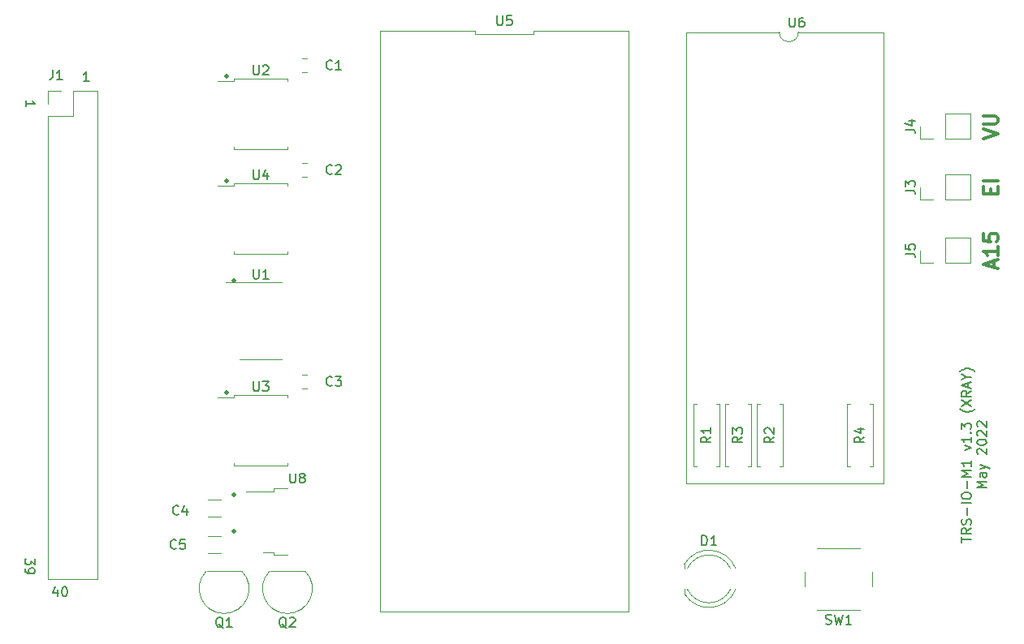
<source format=gbr>
%TF.GenerationSoftware,KiCad,Pcbnew,(6.0.5)*%
%TF.CreationDate,2022-05-12T13:06:52-07:00*%
%TF.ProjectId,TRS-IO-M1,5452532d-494f-42d4-9d31-2e6b69636164,rev?*%
%TF.SameCoordinates,Original*%
%TF.FileFunction,Legend,Top*%
%TF.FilePolarity,Positive*%
%FSLAX46Y46*%
G04 Gerber Fmt 4.6, Leading zero omitted, Abs format (unit mm)*
G04 Created by KiCad (PCBNEW (6.0.5)) date 2022-05-12 13:06:52*
%MOMM*%
%LPD*%
G01*
G04 APERTURE LIST*
%ADD10C,0.300000*%
%ADD11C,0.150000*%
%ADD12C,0.120000*%
G04 APERTURE END LIST*
D10*
X136906000Y-113311714D02*
X136977428Y-113383142D01*
X136906000Y-113454571D01*
X136834571Y-113383142D01*
X136906000Y-113311714D01*
X136906000Y-113454571D01*
X136906000Y-109501714D02*
X136977428Y-109573142D01*
X136906000Y-109644571D01*
X136834571Y-109573142D01*
X136906000Y-109501714D01*
X136906000Y-109644571D01*
X136906000Y-87149714D02*
X136977428Y-87221142D01*
X136906000Y-87292571D01*
X136834571Y-87221142D01*
X136906000Y-87149714D01*
X136906000Y-87292571D01*
X136144000Y-98833714D02*
X136215428Y-98905142D01*
X136144000Y-98976571D01*
X136072571Y-98905142D01*
X136144000Y-98833714D01*
X136144000Y-98976571D01*
X136144000Y-76735714D02*
X136215428Y-76807142D01*
X136144000Y-76878571D01*
X136072571Y-76807142D01*
X136144000Y-76735714D01*
X136144000Y-76878571D01*
X136144000Y-65813714D02*
X136215428Y-65885142D01*
X136144000Y-65956571D01*
X136072571Y-65885142D01*
X136144000Y-65813714D01*
X136144000Y-65956571D01*
X215057386Y-72405714D02*
X216557386Y-71905714D01*
X215057386Y-71405714D01*
X215057386Y-70905714D02*
X216271672Y-70905714D01*
X216414529Y-70834285D01*
X216485957Y-70762857D01*
X216557386Y-70620000D01*
X216557386Y-70334285D01*
X216485957Y-70191428D01*
X216414529Y-70120000D01*
X216271672Y-70048571D01*
X215057386Y-70048571D01*
X215785628Y-78148571D02*
X215785628Y-77648571D01*
X216571342Y-77434285D02*
X216571342Y-78148571D01*
X215071342Y-78148571D01*
X215071342Y-77434285D01*
X216571342Y-76791428D02*
X215071342Y-76791428D01*
X216150000Y-85859714D02*
X216150000Y-85145428D01*
X216578571Y-86002571D02*
X215078571Y-85502571D01*
X216578571Y-85002571D01*
X216578571Y-83716857D02*
X216578571Y-84574000D01*
X216578571Y-84145428D02*
X215078571Y-84145428D01*
X215292857Y-84288285D01*
X215435714Y-84431142D01*
X215507142Y-84574000D01*
X215078571Y-82359714D02*
X215078571Y-83074000D01*
X215792857Y-83145428D01*
X215721428Y-83074000D01*
X215650000Y-82931142D01*
X215650000Y-82574000D01*
X215721428Y-82431142D01*
X215792857Y-82359714D01*
X215935714Y-82288285D01*
X216292857Y-82288285D01*
X216435714Y-82359714D01*
X216507142Y-82431142D01*
X216578571Y-82574000D01*
X216578571Y-82931142D01*
X216507142Y-83074000D01*
X216435714Y-83145428D01*
D11*
X115193819Y-69043514D02*
X115193819Y-68472085D01*
X115193819Y-68757800D02*
X116193819Y-68757800D01*
X116050961Y-68662561D01*
X115955723Y-68567323D01*
X115908104Y-68472085D01*
X118510085Y-119521314D02*
X118510085Y-120187980D01*
X118271990Y-119140361D02*
X118033895Y-119854647D01*
X118652942Y-119854647D01*
X119224371Y-119187980D02*
X119319609Y-119187980D01*
X119414847Y-119235600D01*
X119462466Y-119283219D01*
X119510085Y-119378457D01*
X119557704Y-119568933D01*
X119557704Y-119807028D01*
X119510085Y-119997504D01*
X119462466Y-120092742D01*
X119414847Y-120140361D01*
X119319609Y-120187980D01*
X119224371Y-120187980D01*
X119129133Y-120140361D01*
X119081514Y-120092742D01*
X119033895Y-119997504D01*
X118986276Y-119807028D01*
X118986276Y-119568933D01*
X119033895Y-119378457D01*
X119081514Y-119283219D01*
X119129133Y-119235600D01*
X119224371Y-119187980D01*
X116143019Y-116233676D02*
X116143019Y-116852723D01*
X115762066Y-116519390D01*
X115762066Y-116662247D01*
X115714447Y-116757485D01*
X115666828Y-116805104D01*
X115571590Y-116852723D01*
X115333495Y-116852723D01*
X115238257Y-116805104D01*
X115190638Y-116757485D01*
X115143019Y-116662247D01*
X115143019Y-116376533D01*
X115190638Y-116281295D01*
X115238257Y-116233676D01*
X115143019Y-117328914D02*
X115143019Y-117519390D01*
X115190638Y-117614628D01*
X115238257Y-117662247D01*
X115381114Y-117757485D01*
X115571590Y-117805104D01*
X115952542Y-117805104D01*
X116047780Y-117757485D01*
X116095400Y-117709866D01*
X116143019Y-117614628D01*
X116143019Y-117424152D01*
X116095400Y-117328914D01*
X116047780Y-117281295D01*
X115952542Y-117233676D01*
X115714447Y-117233676D01*
X115619209Y-117281295D01*
X115571590Y-117328914D01*
X115523971Y-117424152D01*
X115523971Y-117614628D01*
X115571590Y-117709866D01*
X115619209Y-117757485D01*
X115714447Y-117805104D01*
X212769380Y-114552857D02*
X212769380Y-113981428D01*
X213769380Y-114267142D02*
X212769380Y-114267142D01*
X213769380Y-113076666D02*
X213293190Y-113410000D01*
X213769380Y-113648095D02*
X212769380Y-113648095D01*
X212769380Y-113267142D01*
X212817000Y-113171904D01*
X212864619Y-113124285D01*
X212959857Y-113076666D01*
X213102714Y-113076666D01*
X213197952Y-113124285D01*
X213245571Y-113171904D01*
X213293190Y-113267142D01*
X213293190Y-113648095D01*
X213721761Y-112695714D02*
X213769380Y-112552857D01*
X213769380Y-112314761D01*
X213721761Y-112219523D01*
X213674142Y-112171904D01*
X213578904Y-112124285D01*
X213483666Y-112124285D01*
X213388428Y-112171904D01*
X213340809Y-112219523D01*
X213293190Y-112314761D01*
X213245571Y-112505238D01*
X213197952Y-112600476D01*
X213150333Y-112648095D01*
X213055095Y-112695714D01*
X212959857Y-112695714D01*
X212864619Y-112648095D01*
X212817000Y-112600476D01*
X212769380Y-112505238D01*
X212769380Y-112267142D01*
X212817000Y-112124285D01*
X213388428Y-111695714D02*
X213388428Y-110933809D01*
X213769380Y-110457619D02*
X212769380Y-110457619D01*
X212769380Y-109790952D02*
X212769380Y-109600476D01*
X212817000Y-109505238D01*
X212912238Y-109410000D01*
X213102714Y-109362380D01*
X213436047Y-109362380D01*
X213626523Y-109410000D01*
X213721761Y-109505238D01*
X213769380Y-109600476D01*
X213769380Y-109790952D01*
X213721761Y-109886190D01*
X213626523Y-109981428D01*
X213436047Y-110029047D01*
X213102714Y-110029047D01*
X212912238Y-109981428D01*
X212817000Y-109886190D01*
X212769380Y-109790952D01*
X213388428Y-108933809D02*
X213388428Y-108171904D01*
X213769380Y-107695714D02*
X212769380Y-107695714D01*
X213483666Y-107362380D01*
X212769380Y-107029047D01*
X213769380Y-107029047D01*
X213769380Y-106029047D02*
X213769380Y-106600476D01*
X213769380Y-106314761D02*
X212769380Y-106314761D01*
X212912238Y-106410000D01*
X213007476Y-106505238D01*
X213055095Y-106600476D01*
X213102714Y-104933809D02*
X213769380Y-104695714D01*
X213102714Y-104457619D01*
X213769380Y-103552857D02*
X213769380Y-104124285D01*
X213769380Y-103838571D02*
X212769380Y-103838571D01*
X212912238Y-103933809D01*
X213007476Y-104029047D01*
X213055095Y-104124285D01*
X213674142Y-103124285D02*
X213721761Y-103076666D01*
X213769380Y-103124285D01*
X213721761Y-103171904D01*
X213674142Y-103124285D01*
X213769380Y-103124285D01*
X212769380Y-102743333D02*
X212769380Y-102124285D01*
X213150333Y-102457619D01*
X213150333Y-102314761D01*
X213197952Y-102219523D01*
X213245571Y-102171904D01*
X213340809Y-102124285D01*
X213578904Y-102124285D01*
X213674142Y-102171904D01*
X213721761Y-102219523D01*
X213769380Y-102314761D01*
X213769380Y-102600476D01*
X213721761Y-102695714D01*
X213674142Y-102743333D01*
X214150333Y-100648095D02*
X214102714Y-100695714D01*
X213959857Y-100790952D01*
X213864619Y-100838571D01*
X213721761Y-100886190D01*
X213483666Y-100933809D01*
X213293190Y-100933809D01*
X213055095Y-100886190D01*
X212912238Y-100838571D01*
X212817000Y-100790952D01*
X212674142Y-100695714D01*
X212626523Y-100648095D01*
X212769380Y-100362380D02*
X213769380Y-99695714D01*
X212769380Y-99695714D02*
X213769380Y-100362380D01*
X213769380Y-98743333D02*
X213293190Y-99076666D01*
X213769380Y-99314761D02*
X212769380Y-99314761D01*
X212769380Y-98933809D01*
X212817000Y-98838571D01*
X212864619Y-98790952D01*
X212959857Y-98743333D01*
X213102714Y-98743333D01*
X213197952Y-98790952D01*
X213245571Y-98838571D01*
X213293190Y-98933809D01*
X213293190Y-99314761D01*
X213483666Y-98362380D02*
X213483666Y-97886190D01*
X213769380Y-98457619D02*
X212769380Y-98124285D01*
X213769380Y-97790952D01*
X213293190Y-97267142D02*
X213769380Y-97267142D01*
X212769380Y-97600476D02*
X213293190Y-97267142D01*
X212769380Y-96933809D01*
X214150333Y-96695714D02*
X214102714Y-96648095D01*
X213959857Y-96552857D01*
X213864619Y-96505238D01*
X213721761Y-96457619D01*
X213483666Y-96410000D01*
X213293190Y-96410000D01*
X213055095Y-96457619D01*
X212912238Y-96505238D01*
X212817000Y-96552857D01*
X212674142Y-96648095D01*
X212626523Y-96695714D01*
X215379380Y-108862380D02*
X214379380Y-108862380D01*
X215093666Y-108529047D01*
X214379380Y-108195714D01*
X215379380Y-108195714D01*
X215379380Y-107290952D02*
X214855571Y-107290952D01*
X214760333Y-107338571D01*
X214712714Y-107433809D01*
X214712714Y-107624285D01*
X214760333Y-107719523D01*
X215331761Y-107290952D02*
X215379380Y-107386190D01*
X215379380Y-107624285D01*
X215331761Y-107719523D01*
X215236523Y-107767142D01*
X215141285Y-107767142D01*
X215046047Y-107719523D01*
X214998428Y-107624285D01*
X214998428Y-107386190D01*
X214950809Y-107290952D01*
X214712714Y-106910000D02*
X215379380Y-106671904D01*
X214712714Y-106433809D02*
X215379380Y-106671904D01*
X215617476Y-106767142D01*
X215665095Y-106814761D01*
X215712714Y-106910000D01*
X214474619Y-105338571D02*
X214427000Y-105290952D01*
X214379380Y-105195714D01*
X214379380Y-104957619D01*
X214427000Y-104862380D01*
X214474619Y-104814761D01*
X214569857Y-104767142D01*
X214665095Y-104767142D01*
X214807952Y-104814761D01*
X215379380Y-105386190D01*
X215379380Y-104767142D01*
X214379380Y-104148095D02*
X214379380Y-104052857D01*
X214427000Y-103957619D01*
X214474619Y-103910000D01*
X214569857Y-103862380D01*
X214760333Y-103814761D01*
X214998428Y-103814761D01*
X215188904Y-103862380D01*
X215284142Y-103910000D01*
X215331761Y-103957619D01*
X215379380Y-104052857D01*
X215379380Y-104148095D01*
X215331761Y-104243333D01*
X215284142Y-104290952D01*
X215188904Y-104338571D01*
X214998428Y-104386190D01*
X214760333Y-104386190D01*
X214569857Y-104338571D01*
X214474619Y-104290952D01*
X214427000Y-104243333D01*
X214379380Y-104148095D01*
X214474619Y-103433809D02*
X214427000Y-103386190D01*
X214379380Y-103290952D01*
X214379380Y-103052857D01*
X214427000Y-102957619D01*
X214474619Y-102910000D01*
X214569857Y-102862380D01*
X214665095Y-102862380D01*
X214807952Y-102910000D01*
X215379380Y-103481428D01*
X215379380Y-102862380D01*
X214474619Y-102481428D02*
X214427000Y-102433809D01*
X214379380Y-102338571D01*
X214379380Y-102100476D01*
X214427000Y-102005238D01*
X214474619Y-101957619D01*
X214569857Y-101910000D01*
X214665095Y-101910000D01*
X214807952Y-101957619D01*
X215379380Y-102529047D01*
X215379380Y-101910000D01*
X121799314Y-66416180D02*
X121227885Y-66416180D01*
X121513600Y-66416180D02*
X121513600Y-65416180D01*
X121418361Y-65559038D01*
X121323123Y-65654276D01*
X121227885Y-65701895D01*
%TO.C,J1*%
X118030666Y-65238380D02*
X118030666Y-65952666D01*
X117983047Y-66095523D01*
X117887809Y-66190761D01*
X117744952Y-66238380D01*
X117649714Y-66238380D01*
X119030666Y-66238380D02*
X118459238Y-66238380D01*
X118744952Y-66238380D02*
X118744952Y-65238380D01*
X118649714Y-65381238D01*
X118554476Y-65476476D01*
X118459238Y-65524095D01*
%TO.C,R1*%
X186634380Y-103544666D02*
X186158190Y-103878000D01*
X186634380Y-104116095D02*
X185634380Y-104116095D01*
X185634380Y-103735142D01*
X185682000Y-103639904D01*
X185729619Y-103592285D01*
X185824857Y-103544666D01*
X185967714Y-103544666D01*
X186062952Y-103592285D01*
X186110571Y-103639904D01*
X186158190Y-103735142D01*
X186158190Y-104116095D01*
X186634380Y-102592285D02*
X186634380Y-103163714D01*
X186634380Y-102878000D02*
X185634380Y-102878000D01*
X185777238Y-102973238D01*
X185872476Y-103068476D01*
X185920095Y-103163714D01*
%TO.C,R2*%
X193238380Y-103544666D02*
X192762190Y-103878000D01*
X193238380Y-104116095D02*
X192238380Y-104116095D01*
X192238380Y-103735142D01*
X192286000Y-103639904D01*
X192333619Y-103592285D01*
X192428857Y-103544666D01*
X192571714Y-103544666D01*
X192666952Y-103592285D01*
X192714571Y-103639904D01*
X192762190Y-103735142D01*
X192762190Y-104116095D01*
X192333619Y-103163714D02*
X192286000Y-103116095D01*
X192238380Y-103020857D01*
X192238380Y-102782761D01*
X192286000Y-102687523D01*
X192333619Y-102639904D01*
X192428857Y-102592285D01*
X192524095Y-102592285D01*
X192666952Y-102639904D01*
X193238380Y-103211333D01*
X193238380Y-102592285D01*
%TO.C,C2*%
X147153333Y-76049142D02*
X147105714Y-76096761D01*
X146962857Y-76144380D01*
X146867619Y-76144380D01*
X146724761Y-76096761D01*
X146629523Y-76001523D01*
X146581904Y-75906285D01*
X146534285Y-75715809D01*
X146534285Y-75572952D01*
X146581904Y-75382476D01*
X146629523Y-75287238D01*
X146724761Y-75192000D01*
X146867619Y-75144380D01*
X146962857Y-75144380D01*
X147105714Y-75192000D01*
X147153333Y-75239619D01*
X147534285Y-75239619D02*
X147581904Y-75192000D01*
X147677142Y-75144380D01*
X147915238Y-75144380D01*
X148010476Y-75192000D01*
X148058095Y-75239619D01*
X148105714Y-75334857D01*
X148105714Y-75430095D01*
X148058095Y-75572952D01*
X147486666Y-76144380D01*
X148105714Y-76144380D01*
%TO.C,U5*%
X164338095Y-59582380D02*
X164338095Y-60391904D01*
X164385714Y-60487142D01*
X164433333Y-60534761D01*
X164528571Y-60582380D01*
X164719047Y-60582380D01*
X164814285Y-60534761D01*
X164861904Y-60487142D01*
X164909523Y-60391904D01*
X164909523Y-59582380D01*
X165861904Y-59582380D02*
X165385714Y-59582380D01*
X165338095Y-60058571D01*
X165385714Y-60010952D01*
X165480952Y-59963333D01*
X165719047Y-59963333D01*
X165814285Y-60010952D01*
X165861904Y-60058571D01*
X165909523Y-60153809D01*
X165909523Y-60391904D01*
X165861904Y-60487142D01*
X165814285Y-60534761D01*
X165719047Y-60582380D01*
X165480952Y-60582380D01*
X165385714Y-60534761D01*
X165338095Y-60487142D01*
%TO.C,U1*%
X138938095Y-86042380D02*
X138938095Y-86851904D01*
X138985714Y-86947142D01*
X139033333Y-86994761D01*
X139128571Y-87042380D01*
X139319047Y-87042380D01*
X139414285Y-86994761D01*
X139461904Y-86947142D01*
X139509523Y-86851904D01*
X139509523Y-86042380D01*
X140509523Y-87042380D02*
X139938095Y-87042380D01*
X140223809Y-87042380D02*
X140223809Y-86042380D01*
X140128571Y-86185238D01*
X140033333Y-86280476D01*
X139938095Y-86328095D01*
%TO.C,C1*%
X147153333Y-65127142D02*
X147105714Y-65174761D01*
X146962857Y-65222380D01*
X146867619Y-65222380D01*
X146724761Y-65174761D01*
X146629523Y-65079523D01*
X146581904Y-64984285D01*
X146534285Y-64793809D01*
X146534285Y-64650952D01*
X146581904Y-64460476D01*
X146629523Y-64365238D01*
X146724761Y-64270000D01*
X146867619Y-64222380D01*
X146962857Y-64222380D01*
X147105714Y-64270000D01*
X147153333Y-64317619D01*
X148105714Y-65222380D02*
X147534285Y-65222380D01*
X147820000Y-65222380D02*
X147820000Y-64222380D01*
X147724761Y-64365238D01*
X147629523Y-64460476D01*
X147534285Y-64508095D01*
%TO.C,Q2*%
X142398761Y-123487619D02*
X142303523Y-123440000D01*
X142208285Y-123344761D01*
X142065428Y-123201904D01*
X141970190Y-123154285D01*
X141874952Y-123154285D01*
X141922571Y-123392380D02*
X141827333Y-123344761D01*
X141732095Y-123249523D01*
X141684476Y-123059047D01*
X141684476Y-122725714D01*
X141732095Y-122535238D01*
X141827333Y-122440000D01*
X141922571Y-122392380D01*
X142113047Y-122392380D01*
X142208285Y-122440000D01*
X142303523Y-122535238D01*
X142351142Y-122725714D01*
X142351142Y-123059047D01*
X142303523Y-123249523D01*
X142208285Y-123344761D01*
X142113047Y-123392380D01*
X141922571Y-123392380D01*
X142732095Y-122487619D02*
X142779714Y-122440000D01*
X142874952Y-122392380D01*
X143113047Y-122392380D01*
X143208285Y-122440000D01*
X143255904Y-122487619D01*
X143303523Y-122582857D01*
X143303523Y-122678095D01*
X143255904Y-122820952D01*
X142684476Y-123392380D01*
X143303523Y-123392380D01*
%TO.C,J4*%
X206921380Y-71453333D02*
X207635666Y-71453333D01*
X207778523Y-71500952D01*
X207873761Y-71596190D01*
X207921380Y-71739047D01*
X207921380Y-71834285D01*
X207254714Y-70548571D02*
X207921380Y-70548571D01*
X206873761Y-70786666D02*
X207588047Y-71024761D01*
X207588047Y-70405714D01*
%TO.C,U8*%
X142748095Y-107347380D02*
X142748095Y-108156904D01*
X142795714Y-108252142D01*
X142843333Y-108299761D01*
X142938571Y-108347380D01*
X143129047Y-108347380D01*
X143224285Y-108299761D01*
X143271904Y-108252142D01*
X143319523Y-108156904D01*
X143319523Y-107347380D01*
X143938571Y-107775952D02*
X143843333Y-107728333D01*
X143795714Y-107680714D01*
X143748095Y-107585476D01*
X143748095Y-107537857D01*
X143795714Y-107442619D01*
X143843333Y-107395000D01*
X143938571Y-107347380D01*
X144129047Y-107347380D01*
X144224285Y-107395000D01*
X144271904Y-107442619D01*
X144319523Y-107537857D01*
X144319523Y-107585476D01*
X144271904Y-107680714D01*
X144224285Y-107728333D01*
X144129047Y-107775952D01*
X143938571Y-107775952D01*
X143843333Y-107823571D01*
X143795714Y-107871190D01*
X143748095Y-107966428D01*
X143748095Y-108156904D01*
X143795714Y-108252142D01*
X143843333Y-108299761D01*
X143938571Y-108347380D01*
X144129047Y-108347380D01*
X144224285Y-108299761D01*
X144271904Y-108252142D01*
X144319523Y-108156904D01*
X144319523Y-107966428D01*
X144271904Y-107871190D01*
X144224285Y-107823571D01*
X144129047Y-107775952D01*
%TO.C,U6*%
X194818095Y-59767380D02*
X194818095Y-60576904D01*
X194865714Y-60672142D01*
X194913333Y-60719761D01*
X195008571Y-60767380D01*
X195199047Y-60767380D01*
X195294285Y-60719761D01*
X195341904Y-60672142D01*
X195389523Y-60576904D01*
X195389523Y-59767380D01*
X196294285Y-59767380D02*
X196103809Y-59767380D01*
X196008571Y-59815000D01*
X195960952Y-59862619D01*
X195865714Y-60005476D01*
X195818095Y-60195952D01*
X195818095Y-60576904D01*
X195865714Y-60672142D01*
X195913333Y-60719761D01*
X196008571Y-60767380D01*
X196199047Y-60767380D01*
X196294285Y-60719761D01*
X196341904Y-60672142D01*
X196389523Y-60576904D01*
X196389523Y-60338809D01*
X196341904Y-60243571D01*
X196294285Y-60195952D01*
X196199047Y-60148333D01*
X196008571Y-60148333D01*
X195913333Y-60195952D01*
X195865714Y-60243571D01*
X195818095Y-60338809D01*
%TO.C,R4*%
X202636380Y-103544666D02*
X202160190Y-103878000D01*
X202636380Y-104116095D02*
X201636380Y-104116095D01*
X201636380Y-103735142D01*
X201684000Y-103639904D01*
X201731619Y-103592285D01*
X201826857Y-103544666D01*
X201969714Y-103544666D01*
X202064952Y-103592285D01*
X202112571Y-103639904D01*
X202160190Y-103735142D01*
X202160190Y-104116095D01*
X201969714Y-102687523D02*
X202636380Y-102687523D01*
X201588761Y-102925619D02*
X202303047Y-103163714D01*
X202303047Y-102544666D01*
%TO.C,J5*%
X206926380Y-84407333D02*
X207640666Y-84407333D01*
X207783523Y-84454952D01*
X207878761Y-84550190D01*
X207926380Y-84693047D01*
X207926380Y-84788285D01*
X206926380Y-83454952D02*
X206926380Y-83931142D01*
X207402571Y-83978761D01*
X207354952Y-83931142D01*
X207307333Y-83835904D01*
X207307333Y-83597809D01*
X207354952Y-83502571D01*
X207402571Y-83454952D01*
X207497809Y-83407333D01*
X207735904Y-83407333D01*
X207831142Y-83454952D01*
X207878761Y-83502571D01*
X207926380Y-83597809D01*
X207926380Y-83835904D01*
X207878761Y-83931142D01*
X207831142Y-83978761D01*
%TO.C,C3*%
X147153333Y-98147142D02*
X147105714Y-98194761D01*
X146962857Y-98242380D01*
X146867619Y-98242380D01*
X146724761Y-98194761D01*
X146629523Y-98099523D01*
X146581904Y-98004285D01*
X146534285Y-97813809D01*
X146534285Y-97670952D01*
X146581904Y-97480476D01*
X146629523Y-97385238D01*
X146724761Y-97290000D01*
X146867619Y-97242380D01*
X146962857Y-97242380D01*
X147105714Y-97290000D01*
X147153333Y-97337619D01*
X147486666Y-97242380D02*
X148105714Y-97242380D01*
X147772380Y-97623333D01*
X147915238Y-97623333D01*
X148010476Y-97670952D01*
X148058095Y-97718571D01*
X148105714Y-97813809D01*
X148105714Y-98051904D01*
X148058095Y-98147142D01*
X148010476Y-98194761D01*
X147915238Y-98242380D01*
X147629523Y-98242380D01*
X147534285Y-98194761D01*
X147486666Y-98147142D01*
%TO.C,J3*%
X206921380Y-77803333D02*
X207635666Y-77803333D01*
X207778523Y-77850952D01*
X207873761Y-77946190D01*
X207921380Y-78089047D01*
X207921380Y-78184285D01*
X206921380Y-77422380D02*
X206921380Y-76803333D01*
X207302333Y-77136666D01*
X207302333Y-76993809D01*
X207349952Y-76898571D01*
X207397571Y-76850952D01*
X207492809Y-76803333D01*
X207730904Y-76803333D01*
X207826142Y-76850952D01*
X207873761Y-76898571D01*
X207921380Y-76993809D01*
X207921380Y-77279523D01*
X207873761Y-77374761D01*
X207826142Y-77422380D01*
%TO.C,C4*%
X131151333Y-111609142D02*
X131103714Y-111656761D01*
X130960857Y-111704380D01*
X130865619Y-111704380D01*
X130722761Y-111656761D01*
X130627523Y-111561523D01*
X130579904Y-111466285D01*
X130532285Y-111275809D01*
X130532285Y-111132952D01*
X130579904Y-110942476D01*
X130627523Y-110847238D01*
X130722761Y-110752000D01*
X130865619Y-110704380D01*
X130960857Y-110704380D01*
X131103714Y-110752000D01*
X131151333Y-110799619D01*
X132008476Y-111037714D02*
X132008476Y-111704380D01*
X131770380Y-110656761D02*
X131532285Y-111371047D01*
X132151333Y-111371047D01*
%TO.C,R3*%
X189920380Y-103544666D02*
X189444190Y-103878000D01*
X189920380Y-104116095D02*
X188920380Y-104116095D01*
X188920380Y-103735142D01*
X188968000Y-103639904D01*
X189015619Y-103592285D01*
X189110857Y-103544666D01*
X189253714Y-103544666D01*
X189348952Y-103592285D01*
X189396571Y-103639904D01*
X189444190Y-103735142D01*
X189444190Y-104116095D01*
X188920380Y-103211333D02*
X188920380Y-102592285D01*
X189301333Y-102925619D01*
X189301333Y-102782761D01*
X189348952Y-102687523D01*
X189396571Y-102639904D01*
X189491809Y-102592285D01*
X189729904Y-102592285D01*
X189825142Y-102639904D01*
X189872761Y-102687523D01*
X189920380Y-102782761D01*
X189920380Y-103068476D01*
X189872761Y-103163714D01*
X189825142Y-103211333D01*
%TO.C,U2*%
X138938095Y-64752380D02*
X138938095Y-65561904D01*
X138985714Y-65657142D01*
X139033333Y-65704761D01*
X139128571Y-65752380D01*
X139319047Y-65752380D01*
X139414285Y-65704761D01*
X139461904Y-65657142D01*
X139509523Y-65561904D01*
X139509523Y-64752380D01*
X139938095Y-64847619D02*
X139985714Y-64800000D01*
X140080952Y-64752380D01*
X140319047Y-64752380D01*
X140414285Y-64800000D01*
X140461904Y-64847619D01*
X140509523Y-64942857D01*
X140509523Y-65038095D01*
X140461904Y-65180952D01*
X139890476Y-65752380D01*
X140509523Y-65752380D01*
%TO.C,D1*%
X185702904Y-114856380D02*
X185702904Y-113856380D01*
X185941000Y-113856380D01*
X186083857Y-113904000D01*
X186179095Y-113999238D01*
X186226714Y-114094476D01*
X186274333Y-114284952D01*
X186274333Y-114427809D01*
X186226714Y-114618285D01*
X186179095Y-114713523D01*
X186083857Y-114808761D01*
X185941000Y-114856380D01*
X185702904Y-114856380D01*
X187226714Y-114856380D02*
X186655285Y-114856380D01*
X186941000Y-114856380D02*
X186941000Y-113856380D01*
X186845761Y-113999238D01*
X186750523Y-114094476D01*
X186655285Y-114142095D01*
%TO.C,U3*%
X138938095Y-97772380D02*
X138938095Y-98581904D01*
X138985714Y-98677142D01*
X139033333Y-98724761D01*
X139128571Y-98772380D01*
X139319047Y-98772380D01*
X139414285Y-98724761D01*
X139461904Y-98677142D01*
X139509523Y-98581904D01*
X139509523Y-97772380D01*
X139890476Y-97772380D02*
X140509523Y-97772380D01*
X140176190Y-98153333D01*
X140319047Y-98153333D01*
X140414285Y-98200952D01*
X140461904Y-98248571D01*
X140509523Y-98343809D01*
X140509523Y-98581904D01*
X140461904Y-98677142D01*
X140414285Y-98724761D01*
X140319047Y-98772380D01*
X140033333Y-98772380D01*
X139938095Y-98724761D01*
X139890476Y-98677142D01*
%TO.C,Q1*%
X135794761Y-123487619D02*
X135699523Y-123440000D01*
X135604285Y-123344761D01*
X135461428Y-123201904D01*
X135366190Y-123154285D01*
X135270952Y-123154285D01*
X135318571Y-123392380D02*
X135223333Y-123344761D01*
X135128095Y-123249523D01*
X135080476Y-123059047D01*
X135080476Y-122725714D01*
X135128095Y-122535238D01*
X135223333Y-122440000D01*
X135318571Y-122392380D01*
X135509047Y-122392380D01*
X135604285Y-122440000D01*
X135699523Y-122535238D01*
X135747142Y-122725714D01*
X135747142Y-123059047D01*
X135699523Y-123249523D01*
X135604285Y-123344761D01*
X135509047Y-123392380D01*
X135318571Y-123392380D01*
X136699523Y-123392380D02*
X136128095Y-123392380D01*
X136413809Y-123392380D02*
X136413809Y-122392380D01*
X136318571Y-122535238D01*
X136223333Y-122630476D01*
X136128095Y-122678095D01*
%TO.C,SW1*%
X198616666Y-123054761D02*
X198759523Y-123102380D01*
X198997619Y-123102380D01*
X199092857Y-123054761D01*
X199140476Y-123007142D01*
X199188095Y-122911904D01*
X199188095Y-122816666D01*
X199140476Y-122721428D01*
X199092857Y-122673809D01*
X198997619Y-122626190D01*
X198807142Y-122578571D01*
X198711904Y-122530952D01*
X198664285Y-122483333D01*
X198616666Y-122388095D01*
X198616666Y-122292857D01*
X198664285Y-122197619D01*
X198711904Y-122150000D01*
X198807142Y-122102380D01*
X199045238Y-122102380D01*
X199188095Y-122150000D01*
X199521428Y-122102380D02*
X199759523Y-123102380D01*
X199950000Y-122388095D01*
X200140476Y-123102380D01*
X200378571Y-122102380D01*
X201283333Y-123102380D02*
X200711904Y-123102380D01*
X200997619Y-123102380D02*
X200997619Y-122102380D01*
X200902380Y-122245238D01*
X200807142Y-122340476D01*
X200711904Y-122388095D01*
%TO.C,U4*%
X138938095Y-75674380D02*
X138938095Y-76483904D01*
X138985714Y-76579142D01*
X139033333Y-76626761D01*
X139128571Y-76674380D01*
X139319047Y-76674380D01*
X139414285Y-76626761D01*
X139461904Y-76579142D01*
X139509523Y-76483904D01*
X139509523Y-75674380D01*
X140414285Y-76007714D02*
X140414285Y-76674380D01*
X140176190Y-75626761D02*
X139938095Y-76341047D01*
X140557142Y-76341047D01*
%TO.C,C5*%
X130897333Y-115165142D02*
X130849714Y-115212761D01*
X130706857Y-115260380D01*
X130611619Y-115260380D01*
X130468761Y-115212761D01*
X130373523Y-115117523D01*
X130325904Y-115022285D01*
X130278285Y-114831809D01*
X130278285Y-114688952D01*
X130325904Y-114498476D01*
X130373523Y-114403238D01*
X130468761Y-114308000D01*
X130611619Y-114260380D01*
X130706857Y-114260380D01*
X130849714Y-114308000D01*
X130897333Y-114355619D01*
X131802095Y-114260380D02*
X131325904Y-114260380D01*
X131278285Y-114736571D01*
X131325904Y-114688952D01*
X131421142Y-114641333D01*
X131659238Y-114641333D01*
X131754476Y-114688952D01*
X131802095Y-114736571D01*
X131849714Y-114831809D01*
X131849714Y-115069904D01*
X131802095Y-115165142D01*
X131754476Y-115212761D01*
X131659238Y-115260380D01*
X131421142Y-115260380D01*
X131325904Y-115212761D01*
X131278285Y-115165142D01*
D12*
%TO.C,J1*%
X117509000Y-118349200D02*
X122709000Y-118349200D01*
X117509000Y-67429200D02*
X118839000Y-67429200D01*
X120109000Y-70029200D02*
X120109000Y-67429200D01*
X117509000Y-68759200D02*
X117509000Y-67429200D01*
X122709000Y-67429200D02*
X122709000Y-118349200D01*
X117509000Y-70029200D02*
X120109000Y-70029200D01*
X120109000Y-67429200D02*
X122709000Y-67429200D01*
X117509000Y-70029200D02*
X117509000Y-118349200D01*
%TO.C,R1*%
X187552000Y-106648000D02*
X187222000Y-106648000D01*
X187552000Y-100108000D02*
X187552000Y-106648000D01*
X187222000Y-100108000D02*
X187552000Y-100108000D01*
X184812000Y-106648000D02*
X185142000Y-106648000D01*
X185142000Y-100108000D02*
X184812000Y-100108000D01*
X184812000Y-100108000D02*
X184812000Y-106648000D01*
%TO.C,R2*%
X191416000Y-100108000D02*
X191416000Y-106648000D01*
X194156000Y-106648000D02*
X193826000Y-106648000D01*
X191416000Y-106648000D02*
X191746000Y-106648000D01*
X193826000Y-100108000D02*
X194156000Y-100108000D01*
X194156000Y-100108000D02*
X194156000Y-106648000D01*
X191746000Y-100108000D02*
X191416000Y-100108000D01*
%TO.C,C2*%
X144010748Y-76427000D02*
X144533252Y-76427000D01*
X144010748Y-74957000D02*
X144533252Y-74957000D01*
%TO.C,U5*%
X168140000Y-61490000D02*
X162060001Y-61490000D01*
X162060001Y-61130000D02*
X152150000Y-61130000D01*
X162060001Y-61490000D02*
X162060001Y-61130000D01*
X152150000Y-121750000D02*
X178050000Y-121750000D01*
X152150000Y-61130000D02*
X152150000Y-121750000D01*
X178050000Y-121750000D02*
X178050000Y-61130000D01*
X178050000Y-61130000D02*
X168140000Y-61130000D01*
X168140000Y-61130000D02*
X168140000Y-61490000D01*
%TO.C,U1*%
X139700000Y-87405000D02*
X141900000Y-87405000D01*
X139700000Y-87405000D02*
X136100000Y-87405000D01*
X139700000Y-95475000D02*
X141900000Y-95475000D01*
X139700000Y-95475000D02*
X137500000Y-95475000D01*
%TO.C,C1*%
X144010748Y-64035000D02*
X144533252Y-64035000D01*
X144010748Y-65505000D02*
X144533252Y-65505000D01*
%TO.C,Q2*%
X144294000Y-117530000D02*
X140694000Y-117530000D01*
X142494000Y-121980001D02*
G75*
G03*
X144332478Y-117541522I0J2600001D01*
G01*
X140655522Y-117541522D02*
G75*
G03*
X142494000Y-121980000I1838478J-1838478D01*
G01*
%TO.C,J4*%
X208469000Y-72450000D02*
X208469000Y-71120000D01*
X211069000Y-69790000D02*
X213669000Y-69790000D01*
X211069000Y-72450000D02*
X211069000Y-69790000D01*
X213669000Y-72450000D02*
X213669000Y-69790000D01*
X209799000Y-72450000D02*
X208469000Y-72450000D01*
X211069000Y-72450000D02*
X213669000Y-72450000D01*
%TO.C,U8*%
X141040000Y-115845000D02*
X141040000Y-115575000D01*
X141040000Y-115575000D02*
X139940000Y-115575000D01*
X142540000Y-115845000D02*
X141040000Y-115845000D01*
X141040000Y-109215000D02*
X138210000Y-109215000D01*
X142540000Y-108945000D02*
X141040000Y-108945000D01*
X141040000Y-108945000D02*
X141040000Y-109215000D01*
%TO.C,U6*%
X184040000Y-61327500D02*
X184040000Y-108307500D01*
X204605400Y-108307500D02*
X204605400Y-61327500D01*
X193767200Y-61315000D02*
X184040000Y-61315000D01*
X204605400Y-61315000D02*
X195767200Y-61315000D01*
X184040000Y-108425000D02*
X204605400Y-108425000D01*
X193767200Y-61289600D02*
G75*
G03*
X195767200Y-61289600I1000000J0D01*
G01*
%TO.C,R4*%
X201144000Y-106648000D02*
X200814000Y-106648000D01*
X203554000Y-106648000D02*
X203554000Y-100108000D01*
X200814000Y-100108000D02*
X201144000Y-100108000D01*
X203224000Y-106648000D02*
X203554000Y-106648000D01*
X203554000Y-100108000D02*
X203224000Y-100108000D01*
X200814000Y-106648000D02*
X200814000Y-100108000D01*
%TO.C,J5*%
X213674000Y-85404000D02*
X213674000Y-82744000D01*
X209804000Y-85404000D02*
X208474000Y-85404000D01*
X211074000Y-85404000D02*
X213674000Y-85404000D01*
X211074000Y-85404000D02*
X211074000Y-82744000D01*
X211074000Y-82744000D02*
X213674000Y-82744000D01*
X208474000Y-85404000D02*
X208474000Y-84074000D01*
%TO.C,C3*%
X144010748Y-98525000D02*
X144533252Y-98525000D01*
X144010748Y-97055000D02*
X144533252Y-97055000D01*
%TO.C,J3*%
X213669000Y-78800000D02*
X213669000Y-76140000D01*
X211069000Y-76140000D02*
X213669000Y-76140000D01*
X209799000Y-78800000D02*
X208469000Y-78800000D01*
X211069000Y-78800000D02*
X213669000Y-78800000D01*
X208469000Y-78800000D02*
X208469000Y-77470000D01*
X211069000Y-78800000D02*
X211069000Y-76140000D01*
%TO.C,C4*%
X135585252Y-111908000D02*
X134162748Y-111908000D01*
X135585252Y-110088000D02*
X134162748Y-110088000D01*
%TO.C,R3*%
X188114000Y-100108000D02*
X188114000Y-106648000D01*
X190854000Y-106648000D02*
X190524000Y-106648000D01*
X188444000Y-100108000D02*
X188114000Y-100108000D01*
X190524000Y-100108000D02*
X190854000Y-100108000D01*
X188114000Y-106648000D02*
X188444000Y-106648000D01*
X190854000Y-100108000D02*
X190854000Y-106648000D01*
%TO.C,U2*%
X136940000Y-73560000D02*
X136940000Y-73285000D01*
X139700000Y-66140000D02*
X136940000Y-66140000D01*
X139700000Y-73560000D02*
X136940000Y-73560000D01*
X139700000Y-73560000D02*
X142460000Y-73560000D01*
X142460000Y-66140000D02*
X142460000Y-66415000D01*
X136940000Y-66415000D02*
X135250000Y-66415000D01*
X142460000Y-73560000D02*
X142460000Y-73285000D01*
X139700000Y-66140000D02*
X142460000Y-66140000D01*
X136940000Y-66140000D02*
X136940000Y-66415000D01*
%TO.C,D1*%
X183881000Y-119444000D02*
X183881000Y-119909000D01*
X183881000Y-116819000D02*
X183881000Y-117284000D01*
X189228815Y-117283173D02*
G75*
G03*
X183881000Y-116819170I-2787815J-1080827D01*
G01*
X183881000Y-119908830D02*
G75*
G03*
X189228815Y-119444827I2560000J1544830D01*
G01*
X188695479Y-117283571D02*
G75*
G03*
X184186316Y-117284000I-2254479J-1080429D01*
G01*
X184186316Y-119444000D02*
G75*
G03*
X188695479Y-119444429I2254684J1080000D01*
G01*
%TO.C,U3*%
X139700000Y-99160000D02*
X136940000Y-99160000D01*
X142460000Y-99160000D02*
X142460000Y-99435000D01*
X142460000Y-106580000D02*
X142460000Y-106305000D01*
X136940000Y-99160000D02*
X136940000Y-99435000D01*
X136940000Y-99435000D02*
X135250000Y-99435000D01*
X139700000Y-106580000D02*
X142460000Y-106580000D01*
X136940000Y-106580000D02*
X136940000Y-106305000D01*
X139700000Y-99160000D02*
X142460000Y-99160000D01*
X139700000Y-106580000D02*
X136940000Y-106580000D01*
%TO.C,Q1*%
X137690000Y-117530000D02*
X134090000Y-117530000D01*
X135890000Y-121980001D02*
G75*
G03*
X137728478Y-117541522I0J2600001D01*
G01*
X134051522Y-117541522D02*
G75*
G03*
X135890000Y-121980000I1838478J-1838478D01*
G01*
%TO.C,SW1*%
X203450000Y-119150000D02*
X203450000Y-117650000D01*
X202200000Y-115150000D02*
X197700000Y-115150000D01*
X196450000Y-117650000D02*
X196450000Y-119150000D01*
X197700000Y-121650000D02*
X202200000Y-121650000D01*
%TO.C,U4*%
X136940000Y-84482000D02*
X136940000Y-84207000D01*
X139700000Y-84482000D02*
X142460000Y-84482000D01*
X139700000Y-77062000D02*
X142460000Y-77062000D01*
X139700000Y-77062000D02*
X136940000Y-77062000D01*
X136940000Y-77062000D02*
X136940000Y-77337000D01*
X142460000Y-77062000D02*
X142460000Y-77337000D01*
X139700000Y-84482000D02*
X136940000Y-84482000D01*
X142460000Y-84482000D02*
X142460000Y-84207000D01*
X136940000Y-77337000D02*
X135250000Y-77337000D01*
%TO.C,C5*%
X135585252Y-113898000D02*
X134162748Y-113898000D01*
X135585252Y-115718000D02*
X134162748Y-115718000D01*
%TD*%
M02*

</source>
